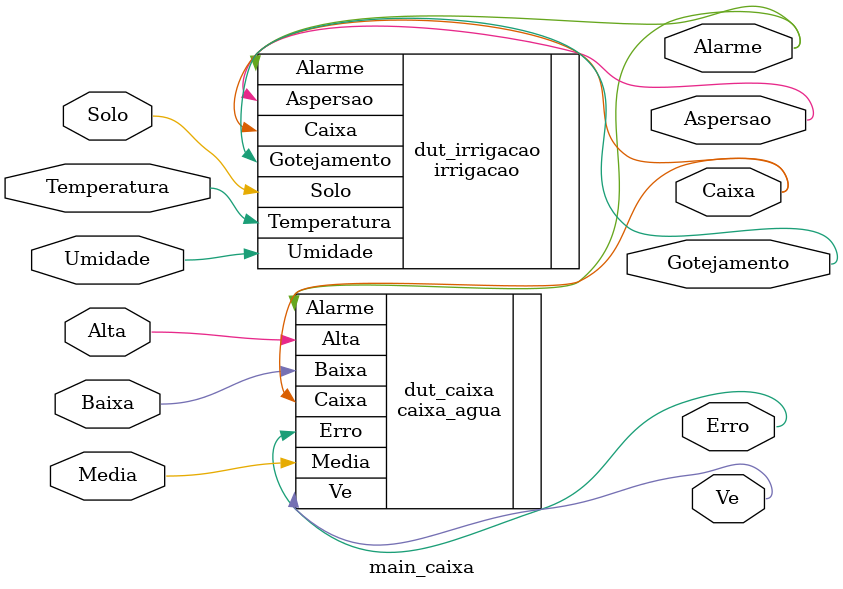
<source format=v>
module main_caixa(Alta, Media, Baixa, Solo, Umidade, Temperatura,Erro, Alarme, Ve, Caixa, Gotejamento, Aspersao);

  // Entradas
  input Alta, Media, Baixa, Solo, Umidade, Temperatura; 
  
  // Saídas
  output Erro, Alarme, Ve, Caixa, Gotejamento, Aspersao;
  
  // Instanciando o módulo de caixa de água
  caixa_agua dut_caixa(
    .Alta(Alta),
    .Media(Media),
    .Baixa(Baixa),
    .Erro(Erro),
    .Alarme(Alarme),
    .Ve(Ve),
    .Caixa(Caixa)
  );
  
  // Instanciando o módulo de irrigação
  irrigacao dut_irrigacao(
    .Solo(Solo),
    .Umidade(Umidade),
    .Temperatura(Temperatura),
    .Caixa(Caixa),
    .Alarme(Alarme),
    .Aspersao(Aspersao),
    .Gotejamento(Gotejamento)
  );

	
endmodule

</source>
